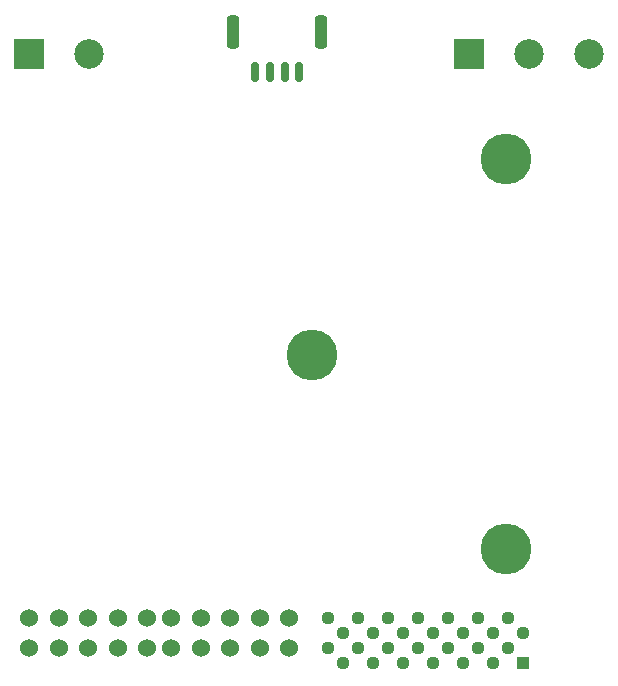
<source format=gbr>
%TF.GenerationSoftware,KiCad,Pcbnew,(6.0.1-0)*%
%TF.CreationDate,2022-12-23T21:27:24-08:00*%
%TF.ProjectId,ESC Daughterboard,45534320-4461-4756-9768-746572626f61,rev?*%
%TF.SameCoordinates,Original*%
%TF.FileFunction,Soldermask,Top*%
%TF.FilePolarity,Negative*%
%FSLAX46Y46*%
G04 Gerber Fmt 4.6, Leading zero omitted, Abs format (unit mm)*
G04 Created by KiCad (PCBNEW (6.0.1-0)) date 2022-12-23 21:27:24*
%MOMM*%
%LPD*%
G01*
G04 APERTURE LIST*
G04 Aperture macros list*
%AMRoundRect*
0 Rectangle with rounded corners*
0 $1 Rounding radius*
0 $2 $3 $4 $5 $6 $7 $8 $9 X,Y pos of 4 corners*
0 Add a 4 corners polygon primitive as box body*
4,1,4,$2,$3,$4,$5,$6,$7,$8,$9,$2,$3,0*
0 Add four circle primitives for the rounded corners*
1,1,$1+$1,$2,$3*
1,1,$1+$1,$4,$5*
1,1,$1+$1,$6,$7*
1,1,$1+$1,$8,$9*
0 Add four rect primitives between the rounded corners*
20,1,$1+$1,$2,$3,$4,$5,0*
20,1,$1+$1,$4,$5,$6,$7,0*
20,1,$1+$1,$6,$7,$8,$9,0*
20,1,$1+$1,$8,$9,$2,$3,0*%
G04 Aperture macros list end*
%ADD10R,2.500000X2.500000*%
%ADD11C,2.500000*%
%ADD12C,4.300000*%
%ADD13R,1.110000X1.110000*%
%ADD14C,1.110000*%
%ADD15C,1.528000*%
%ADD16RoundRect,0.150000X-0.150000X-0.700000X0.150000X-0.700000X0.150000X0.700000X-0.150000X0.700000X0*%
%ADD17RoundRect,0.250000X-0.250000X-1.150000X0.250000X-1.150000X0.250000X1.150000X-0.250000X1.150000X0*%
G04 APERTURE END LIST*
D10*
%TO.C,Phase 1*%
X154815000Y-69100000D03*
D11*
X159895000Y-69100000D03*
X164975000Y-69100000D03*
%TD*%
D12*
%TO.C,H1*%
X157960000Y-111000000D03*
%TD*%
D13*
%TO.C,J4*%
X159400000Y-120700000D03*
D14*
X158130000Y-119430000D03*
X156860000Y-120700000D03*
X155590000Y-119430000D03*
X154320000Y-120700000D03*
X153050000Y-119430000D03*
X151780000Y-120700000D03*
X150510000Y-119430000D03*
X149240000Y-120700000D03*
X147970000Y-119430000D03*
X146700000Y-120700000D03*
X145430000Y-119430000D03*
X144160000Y-120700000D03*
X142890000Y-119430000D03*
X159400000Y-118160000D03*
X158130000Y-116890000D03*
X156860000Y-118160000D03*
X155590000Y-116890000D03*
X154320000Y-118160000D03*
X153050000Y-116890000D03*
X151780000Y-118160000D03*
X150510000Y-116890000D03*
X149240000Y-118160000D03*
X147970000Y-116890000D03*
X146700000Y-118160000D03*
X145430000Y-116890000D03*
X144160000Y-118160000D03*
X142890000Y-116890000D03*
D15*
X139609996Y-116890000D03*
X137109996Y-116890000D03*
X134609996Y-116890000D03*
X132109996Y-116890000D03*
X129609999Y-116890000D03*
X127609995Y-116890000D03*
X125109995Y-116890000D03*
X122609995Y-116890000D03*
X120109995Y-116890000D03*
X117609995Y-116890000D03*
X139609996Y-119390000D03*
X137109996Y-119390000D03*
X134609996Y-119390000D03*
X132109996Y-119390000D03*
X129609999Y-119390000D03*
X127609995Y-119390000D03*
X125109995Y-119390000D03*
X122609995Y-119390000D03*
X120109995Y-119390000D03*
X117609995Y-119390000D03*
%TD*%
D16*
%TO.C,CAN*%
X136725000Y-70650000D03*
X137975000Y-70650000D03*
X139225000Y-70650000D03*
X140475000Y-70650000D03*
D17*
X134875000Y-67300000D03*
X142325000Y-67300000D03*
%TD*%
D12*
%TO.C,H3*%
X141560000Y-94600000D03*
%TD*%
%TO.C,H2*%
X157960000Y-78000000D03*
%TD*%
D10*
%TO.C,PWR*%
X117620000Y-69100000D03*
D11*
X122700000Y-69100000D03*
%TD*%
M02*

</source>
